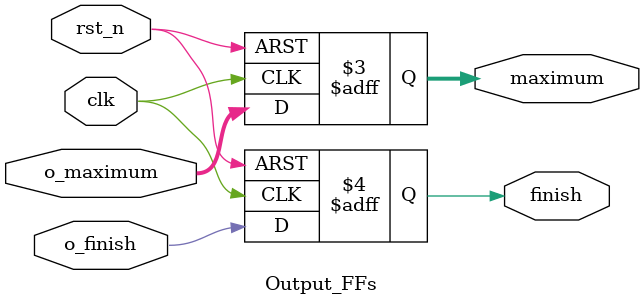
<source format=v>
`timescale 1ns/1ps
module find_MAX(
    input wire clk,
    input wire rst_n,
    input wire start,
    input wire valid,
    input wire [7:0] Data_A,
    input wire [7:0] Data_B,
    input wire one_left,
    input wire [2:0] instruction,
    output reg [7:0] maximum,
    output reg finish
);
    wire [7:0] result;

    // Functional_Unit instantiation
    Functional_Unit fu(
        .instruction(instruction), 
        .A(Data_A),
        .B(Data_B),
        .F(result)
    );

    //TODO: write your design below
    //You cannot modify anything above
    
    wire finish_temp;
    wire [7:0] o_maximum;
    wire [7:0] max_temp;
    wire o_finish;
    wire [1:0] state;

    //Decide max
    decide_max dcdmx(
        .state(state),
        .valid(valid),
        .result(result),
        .maximum(max_temp),
        .o_maximum(o_maximum)
    );

    //Finite state machine
    FSM fsm(
        .valid(valid),
        .start(start),
        .one_left(one_left),
        .clk(clk),
        .rst_n(rst_n),
        .state(state),
        .o_finish(o_finish)
    );

    //Output Flip-Flop
    Output_FFs ff(
        .o_maximum(o_maximum),
        .o_finish(o_finish),
        .clk(clk),
        .rst_n(rst_n),
        .maximum(max_temp),
        .finish(finish_temp)
    );

    always @(*) begin
        maximum = max_temp;
        finish = finish_temp;
    end

endmodule

module Functional_Unit(instruction, A, B, F);
    input wire [2:0] instruction;
    input wire [7:0] A;
    input wire [7:0] B;
    output [7:0] F;
    reg [7:0]F;
    always @(instruction or A or B) begin
        case (instruction)
        3'b000: F = A + B;
        3'b001: F = A +~B;
        3'b010: F = A & B;
        3'b011: F = A | B;
        3'b100: F = A ^ B;
        3'b101: F = (A >> 1) + B;
        3'b110: F = ({A[0], A[7:1]}) + B;
        3'b111: F = ({A[6:0], A[7]}) + B;
        endcase
    end
endmodule

module FSM(
    input wire valid,
    input wire start,
    input wire one_left,
    input wire clk,
    input wire rst_n,
    output reg o_finish,
    output reg [1:0] state
);
parameter STATE_0 = 2'b00;
parameter STATE_1 = 2'b01;
parameter STATE_2 = 2'b10;
reg [1:0] next_state;

always @(posedge clk) begin
    if (~rst_n) 
        state <= STATE_0;
    else 
        state <= next_state;
end

always @(*) begin
    o_finish = 1'b0;
    next_state = STATE_0;
    case(state)
        STATE_0: begin
            if (start == 1) 
                next_state = STATE_1;
            else 
                next_state = STATE_0;
        end

        STATE_1: begin
            if (one_left == 1)
                next_state = STATE_2;
            else 
                next_state = STATE_1;
        end

        STATE_2: begin
            if (valid == 1) begin
                next_state = STATE_0;
                o_finish = 1'b1;
            end
            else 
                next_state = STATE_2;
        end
        default : next_state = STATE_0;     
    endcase
end

endmodule

module decide_max(
    input [1:0] state,
    input [7:0] maximum,
    input valid,
    input [7:0] result,
    output reg [7:0] o_maximum
);
parameter STATE_0 = 2'b00;
parameter STATE_1 = 2'b01;
parameter STATE_2 = 2'b10;

always @(*) begin
    if (valid) begin
        if (state == STATE_1 || state == STATE_2) begin
            if (result > maximum) o_maximum = result;
            else o_maximum = maximum;
        end
        else o_maximum = 8'b0;
    end
    if (state == STATE_0) o_maximum = 8'b0;
end

endmodule

module Output_FFs(
    input wire [7:0] o_maximum,
    input wire o_finish,
    input wire clk,
    input wire rst_n,
    output reg [7:0] maximum,
    output reg finish
);

always @(posedge clk or negedge rst_n) begin
    if (~rst_n) begin
        finish <= 1'b0;
        maximum <= 8'b0;
    end
    else begin
        finish <= o_finish;
        maximum <= o_maximum;
    end
end
endmodule
</source>
